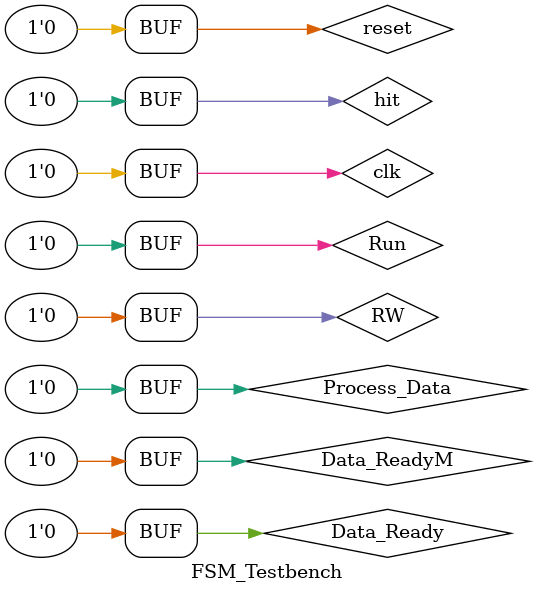
<source format=sv>
`timescale 1ns / 1ps

module FSM_Testbench();
     logic clk;
     logic reset;
     logic hit;
     logic Run;
     logic RW; //read/write
     logic Data_Ready;
     logic Data_ReadyM;
     logic Process_Data;
    
     logic [2:0] y;

FSM dut(clk, reset, hit, Run, RW, Data_Ready, Data_ReadyM, Process_Data, y);


initial begin
reset=0; hit=0; Run=0; RW=0; Data_Ready=0; Data_ReadyM=0; Process_Data=0; #10;

//Probando la secuencia de un read hit
Run=1; RW=0; #10;
hit=1; Run=0; #10;  //en cada estado se desactivan las señales del estado anterior
Data_Ready=1; hit=0; #10;
Data_Ready=0;

//Probando la secuencia de un read miss
Run=1; RW=0; #10;
hit=0; Run=0; #10;  //en cada estado se desactivan las señales del estado anterior
Data_ReadyM=1; hit=0; #10;
hit=1; Data_ReadyM=0; #10;
Data_Ready=1; hit=0; #10;
Data_Ready=0; #10;

//Probando la secuencia de un write hit
Run=1; RW=1; #10
hit=1; Run=0; RW=0; #10;
Process_Data=1; hit=0; #10;
Data_Ready=1; Process_Data=0; #10;
Data_Ready=0; #10;

//Probando la secuencia de un write hit
Run=1; RW=1; #10
hit=0; Run=0; RW=0; #10;
Process_Data=1; hit=0; #10;
Data_Ready=1; Process_Data=0; #10;
Data_Ready=0; #10;

end

//Para el clock 
always
    begin
    clk <= 1; # 5; clk <= 0; # 5;
    end 

endmodule

</source>
